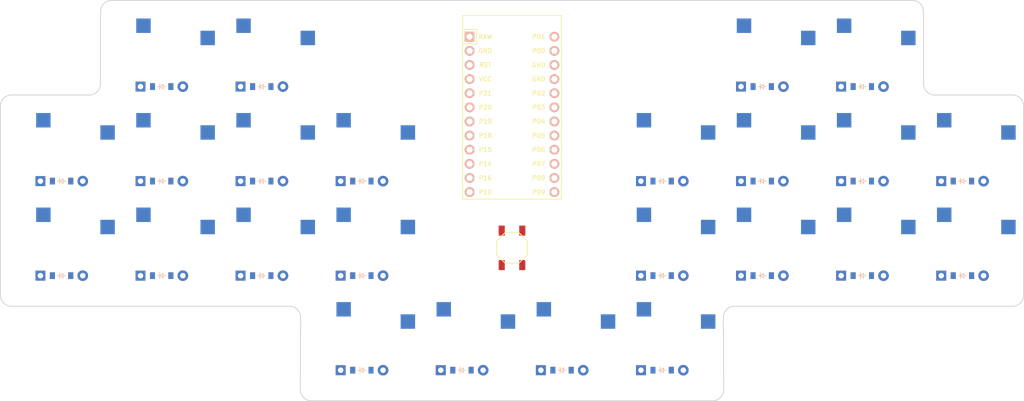
<source format=kicad_pcb>
(kicad_pcb (version 20240108) (generator "pcbnew") (generator_version "8.0")
  (title_block (title "machibuse") (rev "v1.0.0") (company "Unknown"))
  (layers (0 "F.Cu" signal) (31 "B.Cu" signal) (34 "B.Paste" user) (35 "F.Paste" user) (36 "B.SilkS" user "B.Silkscreen") (37 "F.SilkS" user "F.Silkscreen") (38 "B.Mask" user) (39 "F.Mask" user) (44 "Edge.Cuts" user))
  (net 0 "")
  (net 1 "pinky_bottom")
  (net 2 "pinky_home")
  (net 3 "ring_bottom")
  (net 4 "ring_home")
  (net 5 "ring_top")
  (net 6 "middle_bottom")
  (net 7 "middle_home")
  (net 8 "middle_top")
  (net 9 "index_bottom")
  (net 10 "index_home")
  (net 11 "layer_cluster")
  (net 12 "space_cluster")
  (net 13 "mirror_pinky_bottom")
  (net 14 "mirror_pinky_home")
  (net 15 "mirror_ring_bottom")
  (net 16 "mirror_ring_home")
  (net 17 "mirror_ring_top")
  (net 18 "mirror_middle_bottom")
  (net 19 "mirror_middle_home")
  (net 20 "mirror_middle_top")
  (net 21 "mirror_index_bottom")
  (net 22 "mirror_index_home")
  (net 23 "mirror_layer_cluster")
  (net 24 "mirror_space_cluster")
  (net 25 "RAW")
  (net 26 "GND")
  (net 27 "RST")
  (net 28 "VCC")
  (net 29 "P21")
  (net 30 "P20")
  (net 31 "P19")
  (net 32 "P18")
  (net 33 "P15")
  (net 34 "P14")
  (net 35 "P16")
  (net 36 "P10")
  (net 37 "P1")
  (net 38 "P0")
  (net 39 "P2")
  (net 40 "P3")
  (net 41 "P4")
  (net 42 "P5")
  (net 43 "P6")
  (net 44 "P7")
  (net 45 "P8")
  (net 46 "P9")
  (footprint "E73:SW_TACT_ALPS_SKQGABE010" (layer "F.Cu") (at 206 150 -90)
    (property "Reference" "B1" (hide yes))
    (property "Value" "" (hide yes))
    (pad "1" smd rect (at -3.1 -1.85 270) (size 1.8 1.1) (layers "F.Cu" "F.Paste" "F.Mask") (net 26 "GND"))
    (pad "1" smd rect (at 3.1 -1.85 270) (size 1.8 1.1) (layers "F.Cu" "F.Paste" "F.Mask") (net 26 "GND"))
    (pad "2" smd rect (at -3.1 1.85 270) (size 1.8 1.1) (layers "F.Cu" "F.Paste" "F.Mask") (net 27 "RST"))
    (pad "2" smd rect (at 3.1 1.85 270) (size 1.8 1.1) (layers "F.Cu" "F.Paste" "F.Mask") (net 27 "RST"))
  )
  (footprint "ComboDiode" (layer "F.Cu") (at 125 138)
    (property "Reference" "D2" (hide yes))
    (property "Value" "" (hide yes))
    (pad "1" thru_hole rect (at -3.81 0) (size 1.778 1.778) (drill 0.9906) (layers "*.Cu" "*.Mask"))
    (pad "1" smd rect (at -1.65 0) (size 0.9 1.2) (layers "F.Cu" "F.Paste" "F.Mask"))
    (pad "1" smd rect (at -1.65 0) (size 0.9 1.2) (layers "B.Cu" "B.Paste" "B.Mask"))
    (pad "2" smd rect (at 1.65 0) (size 0.9 1.2) (layers "F.Cu" "F.Paste" "F.Mask") (net 2 "pinky_home"))
    (pad "2" smd rect (at 1.65 0) (size 0.9 1.2) (layers "B.Cu" "B.Paste" "B.Mask") (net 2 "pinky_home"))
    (pad "2" thru_hole circle (at 3.81 0) (size 1.905 1.905) (drill 0.9906) (layers "*.Cu" "*.Mask") (net 2 "pinky_home"))
  )
  (footprint "PG1350" (layer "F.Cu") (at 269 116)
    (property "Reference" "S17" (hide yes))
    (property "Value" "" (hide yes))
    (pad "" np_thru_hole circle (at -5.5 0) (size 1.7018 1.7018) (drill 1.7018) (layers "*.Cu" "*.Mask"))
    (pad "" np_thru_hole circle (at 0 -5.95) (size 3 3) (drill 3) (layers "*.Cu" "*.Mask"))
    (pad "" np_thru_hole circle (at 0 0) (size 3.429 3.429) (drill 3.429) (layers "*.Cu" "*.Mask"))
    (pad "" np_thru_hole circle (at 5 -3.75) (size 3 3) (drill 3) (layers "*.Cu" "*.Mask"))
    (pad "" np_thru_hole circle (at 5.5 0) (size 1.7018 1.7018) (drill 1.7018) (layers "*.Cu" "*.Mask"))
    (pad "1" smd rect (at -3.275 -5.95) (size 2.6 2.6) (layers "B.Cu" "B.Paste" "B.Mask"))
    (pad "2" smd rect (at 8.275 -3.75) (size 2.6 2.6) (layers "B.Cu" "B.Paste" "B.Mask") (net 17 "mirror_ring_top"))
  )
  (footprint "PG1350" (layer "F.Cu") (at 143 133)
    (property "Reference" "S4" (hide yes))
    (property "Value" "" (hide yes))
    (pad "" np_thru_hole circle (at -5.5 0) (size 1.7018 1.7018) (drill 1.7018) (layers "*.Cu" "*.Mask"))
    (pad "" np_thru_hole circle (at 0 -5.95) (size 3 3) (drill 3) (layers "*.Cu" "*.Mask"))
    (pad "" np_thru_hole circle (at 0 0) (size 3.429 3.429) (drill 3.429) (layers "*.Cu" "*.Mask"))
    (pad "" np_thru_hole circle (at 5 -3.75) (size 3 3) (drill 3) (layers "*.Cu" "*.Mask"))
    (pad "" np_thru_hole circle (at 5.5 0) (size 1.7018 1.7018) (drill 1.7018) (layers "*.Cu" "*.Mask"))
    (pad "1" smd rect (at -3.275 -5.95) (size 2.6 2.6) (layers "B.Cu" "B.Paste" "B.Mask"))
    (pad "2" smd rect (at 8.275 -3.75) (size 2.6 2.6) (layers "B.Cu" "B.Paste" "B.Mask") (net 4 "ring_home"))
  )
  (footprint "ComboDiode" (layer "F.Cu") (at 251 121)
    (property "Reference" "D20" (hide yes))
    (property "Value" "" (hide yes))
    (pad "1" thru_hole rect (at -3.81 0) (size 1.778 1.778) (drill 0.9906) (layers "*.Cu" "*.Mask"))
    (pad "1" smd rect (at -1.65 0) (size 0.9 1.2) (layers "F.Cu" "F.Paste" "F.Mask"))
    (pad "1" smd rect (at -1.65 0) (size 0.9 1.2) (layers "B.Cu" "B.Paste" "B.Mask"))
    (pad "2" smd rect (at 1.65 0) (size 0.9 1.2) (layers "F.Cu" "F.Paste" "F.Mask") (net 20 "mirror_middle_top"))
    (pad "2" smd rect (at 1.65 0) (size 0.9 1.2) (layers "B.Cu" "B.Paste" "B.Mask") (net 20 "mirror_middle_top"))
    (pad "2" thru_hole circle (at 3.81 0) (size 1.905 1.905) (drill 0.9906) (layers "*.Cu" "*.Mask") (net 20 "mirror_middle_top"))
  )
  (footprint "PG1350" (layer "F.Cu") (at 287 133)
    (property "Reference" "S14" (hide yes))
    (property "Value" "" (hide yes))
    (pad "" np_thru_hole circle (at -5.5 0) (size 1.7018 1.7018) (drill 1.7018) (layers "*.Cu" "*.Mask"))
    (pad "" np_thru_hole circle (at 0 -5.95) (size 3 3) (drill 3) (layers "*.Cu" "*.Mask"))
    (pad "" np_thru_hole circle (at 0 0) (size 3.429 3.429) (drill 3.429) (layers "*.Cu" "*.Mask"))
    (pad "" np_thru_hole circle (at 5 -3.75) (size 3 3) (drill 3) (layers "*.Cu" "*.Mask"))
    (pad "" np_thru_hole circle (at 5.5 0) (size 1.7018 1.7018) (drill 1.7018) (layers "*.Cu" "*.Mask"))
    (pad "1" smd rect (at -3.275 -5.95) (size 2.6 2.6) (layers "B.Cu" "B.Paste" "B.Mask"))
    (pad "2" smd rect (at 8.275 -3.75) (size 2.6 2.6) (layers "B.Cu" "B.Paste" "B.Mask") (net 14 "mirror_pinky_home"))
  )
  (footprint "PG1350" (layer "F.Cu") (at 161 116)
    (property "Reference" "S8" (hide yes))
    (property "Value" "" (hide yes))
    (pad "" np_thru_hole circle (at -5.5 0) (size 1.7018 1.7018) (drill 1.7018) (layers "*.Cu" "*.Mask"))
    (pad "" np_thru_hole circle (at 0 -5.95) (size 3 3) (drill 3) (layers "*.Cu" "*.Mask"))
    (pad "" np_thru_hole circle (at 0 0) (size 3.429 3.429) (drill 3.429) (layers "*.Cu" "*.Mask"))
    (pad "" np_thru_hole circle (at 5 -3.75) (size 3 3) (drill 3) (layers "*.Cu" "*.Mask"))
    (pad "" np_thru_hole circle (at 5.5 0) (size 1.7018 1.7018) (drill 1.7018) (layers "*.Cu" "*.Mask"))
    (pad "1" smd rect (at -3.275 -5.95) (size 2.6 2.6) (layers "B.Cu" "B.Paste" "B.Mask"))
    (pad "2" smd rect (at 8.275 -3.75) (size 2.6 2.6) (layers "B.Cu" "B.Paste" "B.Mask") (net 8 "middle_top"))
  )
  (footprint "PG1350" (layer "F.Cu") (at 179 167)
    (property "Reference" "S24" (hide yes))
    (property "Value" "" (hide yes))
    (pad "" np_thru_hole circle (at -5.5 0) (size 1.7018 1.7018) (drill 1.7018) (layers "*.Cu" "*.Mask"))
    (pad "" np_thru_hole circle (at 0 -5.95) (size 3 3) (drill 3) (layers "*.Cu" "*.Mask"))
    (pad "" np_thru_hole circle (at 0 0) (size 3.429 3.429) (drill 3.429) (layers "*.Cu" "*.Mask"))
    (pad "" np_thru_hole circle (at 5 -3.75) (size 3 3) (drill 3) (layers "*.Cu" "*.Mask"))
    (pad "" np_thru_hole circle (at 5.5 0) (size 1.7018 1.7018) (drill 1.7018) (layers "*.Cu" "*.Mask"))
    (pad "1" smd rect (at -3.275 -5.95) (size 2.6 2.6) (layers "B.Cu" "B.Paste" "B.Mask"))
    (pad "2" smd rect (at 8.275 -3.75) (size 2.6 2.6) (layers "B.Cu" "B.Paste" "B.Mask") (net 24 "mirror_space_cluster"))
  )
  (footprint "PG1350" (layer "F.Cu") (at 251 116)
    (property "Reference" "S20" (hide yes))
    (property "Value" "" (hide yes))
    (pad "" np_thru_hole circle (at -5.5 0) (size 1.7018 1.7018) (drill 1.7018) (layers "*.Cu" "*.Mask"))
    (pad "" np_thru_hole circle (at 0 -5.95) (size 3 3) (drill 3) (layers "*.Cu" "*.Mask"))
    (pad "" np_thru_hole circle (at 0 0) (size 3.429 3.429) (drill 3.429) (layers "*.Cu" "*.Mask"))
    (pad "" np_thru_hole circle (at 5 -3.75) (size 3 3) (drill 3) (layers "*.Cu" "*.Mask"))
    (pad "" np_thru_hole circle (at 5.5 0) (size 1.7018 1.7018) (drill 1.7018) (layers "*.Cu" "*.Mask"))
    (pad "1" smd rect (at -3.275 -5.95) (size 2.6 2.6) (layers "B.Cu" "B.Paste" "B.Mask"))
    (pad "2" smd rect (at 8.275 -3.75) (size 2.6 2.6) (layers "B.Cu" "B.Paste" "B.Mask") (net 20 "mirror_middle_top"))
  )
  (footprint "PG1350" (layer "F.Cu") (at 287 150)
    (property "Reference" "S13" (hide yes))
    (property "Value" "" (hide yes))
    (pad "" np_thru_hole circle (at -5.5 0) (size 1.7018 1.7018) (drill 1.7018) (layers "*.Cu" "*.Mask"))
    (pad "" np_thru_hole circle (at 0 -5.95) (size 3 3) (drill 3) (layers "*.Cu" "*.Mask"))
    (pad "" np_thru_hole circle (at 0 0) (size 3.429 3.429) (drill 3.429) (layers "*.Cu" "*.Mask"))
    (pad "" np_thru_hole circle (at 5 -3.75) (size 3 3) (drill 3) (layers "*.Cu" "*.Mask"))
    (pad "" np_thru_hole circle (at 5.5 0) (size 1.7018 1.7018) (drill 1.7018) (layers "*.Cu" "*.Mask"))
    (pad "1" smd rect (at -3.275 -5.95) (size 2.6 2.6) (layers "B.Cu" "B.Paste" "B.Mask"))
    (pad "2" smd rect (at 8.275 -3.75) (size 2.6 2.6) (layers "B.Cu" "B.Paste" "B.Mask") (net 13 "mirror_pinky_bottom"))
  )
  (footprint "ComboDiode" (layer "F.Cu") (at 161 138)
    (property "Reference" "D7" (hide yes))
    (property "Value" "" (hide yes))
    (pad "1" thru_hole rect (at -3.81 0) (size 1.778 1.778) (drill 0.9906) (layers "*.Cu" "*.Mask"))
    (pad "1" smd rect (at -1.65 0) (size 0.9 1.2) (layers "F.Cu" "F.Paste" "F.Mask"))
    (pad "1" smd rect (at -1.65 0) (size 0.9 1.2) (layers "B.Cu" "B.Paste" "B.Mask"))
    (pad "2" smd rect (at 1.65 0) (size 0.9 1.2) (layers "F.Cu" "F.Paste" "F.Mask") (net 7 "middle_home"))
    (pad "2" smd rect (at 1.65 0) (size 0.9 1.2) (layers "B.Cu" "B.Paste" "B.Mask") (net 7 "middle_home"))
    (pad "2" thru_hole circle (at 3.81 0) (size 1.905 1.905) (drill 0.9906) (layers "*.Cu" "*.Mask") (net 7 "middle_home"))
  )
  (footprint "PG1350" (layer "F.Cu") (at 215 167)
    (property "Reference" "S11" (hide yes))
    (property "Value" "" (hide yes))
    (pad "" np_thru_hole circle (at -5.5 0) (size 1.7018 1.7018) (drill 1.7018) (layers "*.Cu" "*.Mask"))
    (pad "" np_thru_hole circle (at 0 -5.95) (size 3 3) (drill 3) (layers "*.Cu" "*.Mask"))
    (pad "" np_thru_hole circle (at 0 0) (size 3.429 3.429) (drill 3.429) (layers "*.Cu" "*.Mask"))
    (pad "" np_thru_hole circle (at 5 -3.75) (size 3 3) (drill 3) (layers "*.Cu" "*.Mask"))
    (pad "" np_thru_hole circle (at 5.5 0) (size 1.7018 1.7018) (drill 1.7018) (layers "*.Cu" "*.Mask"))
    (pad "1" smd rect (at -3.275 -5.95) (size 2.6 2.6) (layers "B.Cu" "B.Paste" "B.Mask"))
    (pad "2" smd rect (at 8.275 -3.75) (size 2.6 2.6) (layers "B.Cu" "B.Paste" "B.Mask") (net 11 "layer_cluster"))
  )
  (footprint "PG1350" (layer "F.Cu") (at 233 150)
    (property "Reference" "S21" (hide yes))
    (property "Value" "" (hide yes))
    (pad "" np_thru_hole circle (at -5.5 0) (size 1.7018 1.7018) (drill 1.7018) (layers "*.Cu" "*.Mask"))
    (pad "" np_thru_hole circle (at 0 -5.95) (size 3 3) (drill 3) (layers "*.Cu" "*.Mask"))
    (pad "" np_thru_hole circle (at 0 0) (size 3.429 3.429) (drill 3.429) (layers "*.Cu" "*.Mask"))
    (pad "" np_thru_hole circle (at 5 -3.75) (size 3 3) (drill 3) (layers "*.Cu" "*.Mask"))
    (pad "" np_thru_hole circle (at 5.5 0) (size 1.7018 1.7018) (drill 1.7018) (layers "*.Cu" "*.Mask"))
    (pad "1" smd rect (at -3.275 -5.95) (size 2.6 2.6) (layers "B.Cu" "B.Paste" "B.Mask"))
    (pad "2" smd rect (at 8.275 -3.75) (size 2.6 2.6) (layers "B.Cu" "B.Paste" "B.Mask") (net 21 "mirror_index_bottom"))
  )
  (footprint "ComboDiode" (layer "F.Cu") (at 143 155)
    (property "Reference" "D3" (hide yes))
    (property "Value" "" (hide yes))
    (pad "1" thru_hole rect (at -3.81 0) (size 1.778 1.778) (drill 0.9906) (layers "*.Cu" "*.Mask"))
    (pad "1" smd rect (at -1.65 0) (size 0.9 1.2) (layers "F.Cu" "F.Paste" "F.Mask"))
    (pad "1" smd rect (at -1.65 0) (size 0.9 1.2) (layers "B.Cu" "B.Paste" "B.Mask"))
    (pad "2" smd rect (at 1.65 0) (size 0.9 1.2) (layers "F.Cu" "F.Paste" "F.Mask") (net 3 "ring_bottom"))
    (pad "2" smd rect (at 1.65 0) (size 0.9 1.2) (layers "B.Cu" "B.Paste" "B.Mask") (net 3 "ring_bottom"))
    (pad "2" thru_hole circle (at 3.81 0) (size 1.905 1.905) (drill 0.9906) (layers "*.Cu" "*.Mask") (net 3 "ring_bottom"))
  )
  (footprint "PG1350" (layer "F.Cu") (at 161 150)
    (property "Reference" "S6" (hide yes))
    (property "Value" "" (hide yes))
    (pad "" np_thru_hole circle (at -5.5 0) (size 1.7018 1.7018) (drill 1.7018) (layers "*.Cu" "*.Mask"))
    (pad "" np_thru_hole circle (at 0 -5.95) (size 3 3) (drill 3) (layers "*.Cu" "*.Mask"))
    (pad "" np_thru_hole circle (at 0 0) (size 3.429 3.429) (drill 3.429) (layers "*.Cu" "*.Mask"))
    (pad "" np_thru_hole circle (at 5 -3.75) (size 3 3) (drill 3) (layers "*.Cu" "*.Mask"))
    (pad "" np_thru_hole circle (at 5.5 0) (size 1.7018 1.7018) (drill 1.7018) (layers "*.Cu" "*.Mask"))
    (pad "1" smd rect (at -3.275 -5.95) (size 2.6 2.6) (layers "B.Cu" "B.Paste" "B.Mask"))
    (pad "2" smd rect (at 8.275 -3.75) (size 2.6 2.6) (layers "B.Cu" "B.Paste" "B.Mask") (net 6 "middle_bottom"))
  )
  (footprint "PG1350" (layer "F.Cu") (at 251 150)
    (property "Reference" "S18" (hide yes))
    (property "Value" "" (hide yes))
    (pad "" np_thru_hole circle (at -5.5 0) (size 1.7018 1.7018) (drill 1.7018) (layers "*.Cu" "*.Mask"))
    (pad "" np_thru_hole circle (at 0 -5.95) (size 3 3) (drill 3) (layers "*.Cu" "*.Mask"))
    (pad "" np_thru_hole circle (at 0 0) (size 3.429 3.429) (drill 3.429) (layers "*.Cu" "*.Mask"))
    (pad "" np_thru_hole circle (at 5 -3.75) (size 3 3) (drill 3) (layers "*.Cu" "*.Mask"))
    (pad "" np_thru_hole circle (at 5.5 0) (size 1.7018 1.7018) (drill 1.7018) (layers "*.Cu" "*.Mask"))
    (pad "1" smd rect (at -3.275 -5.95) (size 2.6 2.6) (layers "B.Cu" "B.Paste" "B.Mask"))
    (pad "2" smd rect (at 8.275 -3.75) (size 2.6 2.6) (layers "B.Cu" "B.Paste" "B.Mask") (net 18 "mirror_middle_bottom"))
  )
  (footprint "PG1350" (layer "F.Cu") (at 251 133)
    (property "Reference" "S19" (hide yes))
    (property "Value" "" (hide yes))
    (pad "" np_thru_hole circle (at -5.5 0) (size 1.7018 1.7018) (drill 1.7018) (layers "*.Cu" "*.Mask"))
    (pad "" np_thru_hole circle (at 0 -5.95) (size 3 3) (drill 3) (layers "*.Cu" "*.Mask"))
    (pad "" np_thru_hole circle (at 0 0) (size 3.429 3.429) (drill 3.429) (layers "*.Cu" "*.Mask"))
    (pad "" np_thru_hole circle (at 5 -3.75) (size 3 3) (drill 3) (layers "*.Cu" "*.Mask"))
    (pad "" np_thru_hole circle (at 5.5 0) (size 1.7018 1.7018) (drill 1.7018) (layers "*.Cu" "*.Mask"))
    (pad "1" smd rect (at -3.275 -5.95) (size 2.6 2.6) (layers "B.Cu" "B.Paste" "B.Mask"))
    (pad "2" smd rect (at 8.275 -3.75) (size 2.6 2.6) (layers "B.Cu" "B.Paste" "B.Mask") (net 19 "mirror_middle_home"))
  )
  (footprint "ComboDiode" (layer "F.Cu") (at 179 172)
    (property "Reference" "D24" (hide yes))
    (property "Value" "" (hide yes))
    (pad "1" thru_hole rect (at -3.81 0) (size 1.778 1.778) (drill 0.9906) (layers "*.Cu" "*.Mask"))
    (pad "1" smd rect (at -1.65 0) (size 0.9 1.2) (layers "F.Cu" "F.Paste" "F.Mask"))
    (pad "1" smd rect (at -1.65 0) (size 0.9 1.2) (layers "B.Cu" "B.Paste" "B.Mask"))
    (pad "2" smd rect (at 1.65 0) (size 0.9 1.2) (layers "F.Cu" "F.Paste" "F.Mask") (net 24 "mirror_space_cluster"))
    (pad "2" smd rect (at 1.65 0) (size 0.9 1.2) (layers "B.Cu" "B.Paste" "B.Mask") (net 24 "mirror_space_cluster"))
    (pad "2" thru_hole circle (at 3.81 0) (size 1.905 1.905) (drill 0.9906) (layers "*.Cu" "*.Mask") (net 24 "mirror_space_cluster"))
  )
  (footprint "ProMicro" (layer "F.Cu") (at 206 126 -90)
    (property "Reference" "MCU1" (hide yes))
    (property "Value" "" (hide yes))
    (fp_text user "P07" (at 8.89 -4.8 0) (layer "F.SilkS") (effects (font (size 0.8 0.8))))
    (fp_text user "P00" (at -11.43 -4.8 0) (layer "F.SilkS") (effects (font (size 0.8 0.8))))
    (fp_text user "P18" (at 3.81 4.8 0) (layer "F.SilkS") (effects (font (size 0.8 0.8))))
    (fp_text user "P15" (at 6.35 4.8 0) (layer "F.SilkS") (effects (font (size 0.8 0.8))))
    (fp_text user "P05" (at 3.81 -4.8 0) (layer "F.SilkS") (effects (font (size 0.8 0.8))))
    (fp_text user "P01" (at -13.97 -4.8 0) (layer "F.SilkS") (effects (font (size 0.8 0.8))))
    (fp_text user "P19" (at 1.27 4.8 0) (layer "F.SilkS") (effects (font (size 0.8 0.8))))
    (fp_text user "RST" (at -8.89 4.8 0) (layer "F.SilkS") (effects (font (size 0.8 0.8))))
    (fp_text user "P14" (at 8.89 4.8 0) (layer "F.SilkS") (effects (font (size 0.8 0.8))))
    (fp_text user "P16" (at 11.43 4.8 0) (layer "F.SilkS") (effects (font (size 0.8 0.8))))
    (fp_text user "P21" (at -3.81 4.8 0) (layer "F.SilkS") (effects (font (size 0.8 0.8))))
    (fp_text user "P02" (at -3.81 -4.8 0) (layer "F.SilkS") (effects (font (size 0.8 0.8))))
    (fp_text user "GND" (at -6.35 -4.8 0) (layer "F.SilkS") (effects (font (size 0.8 0.8))))
    (fp_text user "P03" (at -1.27 -4.8 0) (layer "F.SilkS") (effects (font (size 0.8 0.8))))
    (fp_text user "RAW" (at -13.97 4.8 0) (layer "F.SilkS") (effects (font (size 0.8 0.8))))
    (fp_text user "P08" (at 11.43 -4.8 0) (layer "F.SilkS") (effects (font (size 0.8 0.8))))
    (fp_text user "P20" (at -1.27 4.8 0) (layer "F.SilkS") (effects (font (size 0.8 0.8))))
    (fp_text user "P10" (at 13.97 4.8 0) (layer "F.SilkS") (effects (font (size 0.8 0.8))))
    (fp_text user "P09" (at 13.97 -4.8 0) (layer "F.SilkS") (effects (font (size 0.8 0.8))))
    (fp_text user "GND" (at -8.89 -4.8 0) (layer "F.SilkS") (effects (font (size 0.8 0.8))))
    (fp_text user "GND" (at -11.43 4.8 0) (layer "F.SilkS") (effects (font (size 0.8 0.8))))
    (fp_text user "VCC" (at -6.35 4.8 0) (layer "F.SilkS") (effects (font (size 0.8 0.8))))
    (fp_text user "P04" (at 1.27 -4.8 0) (layer "F.SilkS") (effects (font (size 0.8 0.8))))
    (fp_text user "P06" (at 6.35 -4.8 0) (layer "F.SilkS") (effects (font (size 0.8 0.8))))
    (pad "1" thru_hole rect (at -13.97 7.62 270) (size 1.7526 1.7526) (drill 1.0922) (layers "*.Cu" "*.SilkS" "*.Mask") (net 25 "RAW"))
    (pad "2" thru_hole circle (at -11.43 7.62) (size 1.7526 1.7526) (drill 1.0922) (layers "*.Cu" "*.SilkS" "*.Mask") (net 26 "GND"))
    (pad "3" thru_hole circle (at -8.89 7.62) (size 1.7526 1.7526) (drill 1.0922) (layers "*.Cu" "*.SilkS" "*.Mask") (net 27 "RST"))
    (pad "4" thru_hole circle (at -6.35 7.62) (size 1.7526 1.7526) (drill 1.0922) (layers "*.Cu" "*.SilkS" "*.Mask") (net 28 "VCC"))
    (pad "5" thru_hole circle (at -3.81 7.62) (size 1.7526 1.7526) (drill 1.0922) (layers "*.Cu" "*.SilkS" "*.Mask") (net 29 "P21"))
    (pad "6" thru_hole circle (at -1.27 7.62) (size 1.7526 1.7526) (drill 1.0922) (layers "*.Cu" "*.SilkS" "*.Mask") (net 30 "P20"))
    (pad "7" thru_hole circle (at 1.27 7.62) (size 1.7526 1.7526) (drill 1.0922) (layers "*.Cu" "*.SilkS" "*.Mask") (net 31 "P19"))
    (pad "8" thru_hole circle (at 3.81 7.62) (size 1.7526 1.7526) (drill 1.0922) (layers "*.Cu" "*.SilkS" "*.Mask") (net 32 "P18"))
    (pad "9" thru_hole circle (at 6.35 7.62) (size 1.7526 1.7526) (drill 1.0922) (layers "*.Cu" "*.SilkS" "*.Mask") (net 33 "P15"))
    (pad "10" thru_hole circle (at 8.89 7.62) (size 1.7526 1.7526) (drill 1.0922) (layers "*.Cu" "*.SilkS" "*.Mask") (net 34 "P14"))
    (pad "11" thru_hole circle (at 11.43 7.62) (size 1.7526 1.7526) (drill 1.0922) (layers "*.Cu" "*.SilkS" "*.Mask") (net 35 "P16"))
    (pad "12" thru_hole circle (at 13.97 7.62) (size 1.7526 1.7526) (drill 1.0922) (layers "*.Cu" "*.SilkS" "*.Mask") (net 36 "P10"))
    (pad "13" thru_hole circle (at -13.97 -7.62) (size 1.7526 1.7526) (drill 1.0922) (layers "*.Cu" "*.SilkS" "*.Mask") (net 37 "P1"))
    (pad "14" thru_hole circle (at -11.43 -7.62) (size 1.7526 1.7526) (drill 1.0922) (layers "*.Cu" "*.SilkS" "*.Mask") (net 38 "P0"))
    (pad "15" thru_hole circle (at -8.89 -7.62) (size 1.7526 1.7526) (drill 1.0922) (layers "*.Cu" "*.SilkS" "*.Mask") (net 26 "GND"))
    (pad "16" thru_hole circle (at -6.35 -7.62) (size 1.7526 1.7526) (drill 1.0922) (layers "*.Cu" "*.SilkS" "*.Mask") (net 26 "GND"))
    (pad "17" thru_hole circle (at -3.81 -7.62) (size 1.7526 1.7526) (drill 1.0922) (layers "*.Cu" "*.SilkS" "*.Mask") (net 39 "P2"))
    (pad "18" thru_hole circle (at -1.27 -7.62) (size 1.7526 1.7526) (drill 1.0922) (layers "*.Cu" "*.SilkS" "*.Mask") (net 40 "P3"))
    (pad "19" thru_hole circle (at 1.27 -7.62) (size 1.7526 1.7526) (drill 1.0922) (layers "*.Cu" "*.SilkS" "*.Mask") (net 41 "P4"))
    (pad "20" thru_hole circle (at 3.81 -7.62) (size 1.7526 1.7526) (drill 1.0922) (layers "*.Cu" "*.SilkS" "*.Mask") (net 42 "P5"))
    (pad "21" thru_hole circle (at 6.35 -7.62) (size 1.7526 1.7526) (drill 1.0922) (layers "*.Cu" "*.SilkS" "*.Mask") (net 43 "P6"))
    (pad "22" thru_hole circle (at 8.89 -7.62) (size 1.7526 1.7526) (drill 1.0922) (layers "*.Cu" "*.SilkS" "*.Mask") (net 44 "P7"))
    (pad "23" thru_hole circle (at 11.43 -7.62) (size 1.7526 1.7526) (drill 1.0922) (layers "*.Cu" "*.SilkS" "*.Mask") (net 45 "P8"))
    (pad "24" thru_hole circle (at 13.97 -7.62) (size 1.7526 1.7526) (drill 1.0922) (layers "*.Cu" "*.SilkS" "*.Mask") (net 46 "P9"))
  )
  (footprint "PG1350" (layer "F.Cu") (at 233 133)
    (property "Reference" "S22" (hide yes))
    (property "Value" "" (hide yes))
    (pad "" np_thru_hole circle (at -5.5 0) (size 1.7018 1.7018) (drill 1.7018) (layers "*.Cu" "*.Mask"))
    (pad "" np_thru_hole circle (at 0 -5.95) (size 3 3) (drill 3) (layers "*.Cu" "*.Mask"))
    (pad "" np_thru_hole circle (at 0 0) (size 3.429 3.429) (drill 3.429) (layers "*.Cu" "*.Mask"))
    (pad "" np_thru_hole circle (at 5 -3.75) (size 3 3) (drill 3) (layers "*.Cu" "*.Mask"))
    (pad "" np_thru_hole circle (at 5.5 0) (size 1.7018 1.7018) (drill 1.7018) (layers "*.Cu" "*.Mask"))
    (pad "1" smd rect (at -3.275 -5.95) (size 2.6 2.6) (layers "B.Cu" "B.Paste" "B.Mask"))
    (pad "2" smd rect (at 8.275 -3.75) (size 2.6 2.6) (layers "B.Cu" "B.Paste" "B.Mask") (net 22 "mirror_index_home"))
  )
  (footprint "ComboDiode" (layer "F.Cu") (at 287 155)
    (property "Reference" "D13" (hide yes))
    (property "Value" "" (hide yes))
    (pad "1" thru_hole rect (at -3.81 0) (size 1.778 1.778) (drill 0.9906) (layers "*.Cu" "*.Mask"))
    (pad "1" smd rect (at -1.65 0) (size 0.9 1.2) (layers "F.Cu" "F.Paste" "F.Mask"))
    (pad "1" smd rect (at -1.65 0) (size 0.9 1.2) (layers "B.Cu" "B.Paste" "B.Mask"))
    (pad "2" smd rect (at 1.65 0) (size 0.9 1.2) (layers "F.Cu" "F.Paste" "F.Mask") (net 13 "mirror_pinky_bottom"))
    (pad "2" smd rect (at 1.65 0) (size 0.9 1.2) (layers "B.Cu" "B.Paste" "B.Mask") (net 13 "mirror_pinky_bottom"))
    (pad "2" thru_hole circle (at 3.81 0) (size 1.905 1.905) (drill 0.9906) (layers "*.Cu" "*.Mask") (net 13 "mirror_pinky_bottom"))
  )
  (footprint "PG1350" (layer "F.Cu") (at 233 167)
    (property "Reference" "S12" (hide yes))
    (property "Value" "" (hide yes))
    (pad "" np_thru_hole circle (at -5.5 0) (size 1.7018 1.7018) (drill 1.7018) (layers "*.Cu" "*.Mask"))
    (pad "" np_thru_hole circle (at 0 -5.95) (size 3 3) (drill 3) (layers "*.Cu" "*.Mask"))
    (pad "" np_thru_hole circle (at 0 0) (size 3.429 3.429) (drill 3.429) (layers "*.Cu" "*.Mask"))
    (pad "" np_thru_hole circle (at 5 -3.75) (size 3 3) (drill 3) (layers "*.Cu" "*.Mask"))
    (pad "" np_thru_hole circle (at 5.5 0) (size 1.7018 1.7018) (drill 1.7018) (layers "*.Cu" "*.Mask"))
    (pad "1" smd rect (at -3.275 -5.95) (size 2.6 2.6) (layers "B.Cu" "B.Paste" "B.Mask"))
    (pad "2" smd rect (at 8.275 -3.75) (size 2.6 2.6) (layers "B.Cu" "B.Paste" "B.Mask") (net 12 "space_cluster"))
  )
  (footprint "PG1350" (layer "F.Cu") (at 125 133)
    (property "Reference" "S2" (hide yes))
    (property "Value" "" (hide yes))
    (pad "" np_thru_hole circle (at -5.5 0) (size 1.7018 1.7018) (drill 1.7018) (layers "*.Cu" "*.Mask"))
    (pad "" np_thru_hole circle (at 0 -5.95) (size 3 3) (drill 3) (layers "*.Cu" "*.Mask"))
    (pad "" np_thru_hole circle (at 0 0) (size 3.429 3.429) (drill 3.429) (layers "*.Cu" "*.Mask"))
    (pad "" np_thru_hole circle (at 5 -3.75) (size 3 3) (drill 3) (layers "*.Cu" "*.Mask"))
    (pad "" np_thru_hole circle (at 5.5 0) (size 1.7018 1.7018) (drill 1.7018) (layers "*.Cu" "*.Mask"))
    (pad "1" smd rect (at -3.275 -5.95) (size 2.6 2.6) (layers "B.Cu" "B.Paste" "B.Mask"))
    (pad "2" smd rect (at 8.275 -3.75) (size 2.6 2.6) (layers "B.Cu" "B.Paste" "B.Mask") (net 2 "pinky_home"))
  )
  (footprint "ComboDiode" (layer "F.Cu") (at 233 138)
    (property "Reference" "D22" (hide yes))
    (property "Value" "" (hide yes))
    (pad "1" thru_hole rect (at -3.81 0) (size 1.778 1.778) (drill 0.9906) (layers "*.Cu" "*.Mask"))
    (pad "1" smd rect (at -1.65 0) (size 0.9 1.2) (layers "F.Cu" "F.Paste" "F.Mask"))
    (pad "1" smd rect (at -1.65 0) (size 0.9 1.2) (layers "B.Cu" "B.Paste" "B.Mask"))
    (pad "2" smd rect (at 1.65 0) (size 0.9 1.2) (layers "F.Cu" "F.Paste" "F.Mask") (net 22 "mirror_index_home"))
    (pad "2" smd rect (at 1.65 0) (size 0.9 1.2) (layers "B.Cu" "B.Paste" "B.Mask") (net 22 "mirror_index_home"))
    (pad "2" thru_hole circle (at 3.81 0) (size 1.905 1.905) (drill 0.9906) (layers "*.Cu" "*.Mask") (net 22 "mirror_index_home"))
  )
  (footprint "ComboDiode" (layer "F.Cu") (at 161 155)
    (property "Reference" "D6" (hide yes))
    (property "Value" "" (hide yes))
    (pad "1" thru_hole rect (at -3.81 0) (size 1.778 1.778) (drill 0.9906) (layers "*.Cu" "*.Mask"))
    (pad "1" smd rect (at -1.65 0) (size 0.9 1.2) (layers "F.Cu" "F.Paste" "F.Mask"))
    (pad "1" smd rect (at -1.65 0) (size 0.9 1.2) (layers "B.Cu" "B.Paste" "B.Mask"))
    (pad "2" smd rect (at 1.65 0) (size 0.9 1.2) (layers "F.Cu" "F.Paste" "F.Mask") (net 6 "middle_bottom"))
    (pad "2" smd rect (at 1.65 0) (size 0.9 1.2) (layers "B.Cu" "B.Paste" "B.Mask") (net 6 "middle_bottom"))
    (pad "2" thru_hole circle (at 3.81 0) (size 1.905 1.905) (drill 0.9906) (layers "*.Cu" "*.Mask") (net 6 "middle_bottom"))
  )
  (footprint "ComboDiode" (layer "F.Cu") (at 251 155)
    (property "Reference" "D18" (hide yes))
    (property "Value" "" (hide yes))
    (pad "1" thru_hole rect (at -3.81 0) (size 1.778 1.778) (drill 0.9906) (layers "*.Cu" "*.Mask"))
    (pad "1" smd rect (at -1.65 0) (size 0.9 1.2) (layers "F.Cu" "F.Paste" "F.Mask"))
    (pad "1" smd rect (at -1.65 0) (size 0.9 1.2) (layers "B.Cu" "B.Paste" "B.Mask"))
    (pad "2" smd rect (at 1.65 0) (size 0.9 1.2) (layers "F.Cu" "F.Paste" "F.Mask") (net 18 "mirror_middle_bottom"))
    (pad "2" smd rect (at 1.65 0) (size 0.9 1.2) (layers "B.Cu" "B.Paste" "B.Mask") (net 18 "mirror_middle_bottom"))
    (pad "2" thru_hole circle (at 3.81 0) (size 1.905 1.905) (drill 0.9906) (layers "*.Cu" "*.Mask") (net 18 "mirror_middle_bottom"))
  )
  (footprint "PG1350" (layer "F.Cu") (at 197 167)
    (property "Reference" "S23" (hide yes))
    (property "Value" "" (hide yes))
    (pad "" np_thru_hole circle (at -5.5 0) (size 1.7018 1.7018) (drill 1.7018) (layers "*.Cu" "*.Mask"))
    (pad "" np_thru_hole circle (at 0 -5.95) (size 3 3) (drill 3) (layers "*.Cu" "*.Mask"))
    (pad "" np_thru_hole circle (at 0 0) (size 3.429 3.429) (drill 3.429) (layers "*.Cu" "*.Mask"))
    (pad "" np_thru_hole circle (at 5 -3.75) (size 3 3) (drill 3) (layers "*.Cu" "*.Mask"))
    (pad "" np_thru_hole circle (at 5.5 0) (size 1.7018 1.7018) (drill 1.7018) (layers "*.Cu" "*.Mask"))
    (pad "1" smd rect (at -3.275 -5.95) (size 2.6 2.6) (layers "B.Cu" "B.Paste" "B.Mask"))
    (pad "2" smd rect (at 8.275 -3.75) (size 2.6 2.6) (layers "B.Cu" "B.Paste" "B.Mask") (net 23 "mirror_layer_cluster"))
  )
  (footprint "PG1350" (layer "F.Cu") (at 269 133)
    (property "Reference" "S16" (hide yes))
    (property "Value" "" (hide yes))
    (pad "" np_thru_hole circle (at -5.5 0) (size 1.7018 1.7018) (drill 1.7018) (layers "*.Cu" "*.Mask"))
    (pad "" np_thru_hole circle (at 0 -5.95) (size 3 3) (drill 3) (layers "*.Cu" "*.Mask"))
    (pad "" np_thru_hole circle (at 0 0) (size 3.429 3.429) (drill 3.429) (layers "*.Cu" "*.Mask"))
    (pad "" np_thru_hole circle (at 5 -3.75) (size 3 3) (drill 3) (layers "*.Cu" "*.Mask"))
    (pad "" np_thru_hole circle (at 5.5 0) (size 1.7018 1.7018) (drill 1.7018) (layers "*.Cu" "*.Mask"))
    (pad "1" smd rect (at -3.275 -5.95) (size 2.6 2.6) (layers "B.Cu" "B.Paste" "B.Mask"))
    (pad "2" smd rect (at 8.275 -3.75) (size 2.6 2.6) (layers "B.Cu" "B.Paste" "B.Mask") (net 16 "mirror_ring_home"))
  )
  (footprint "PG1350" (layer "F.Cu") (at 269 150)
    (property "Reference" "S15" (hide yes))
    (property "Value" "" (hide yes))
    (pad "" np_thru_hole circle (at -5.5 0) (size 1.7018 1.7018) (drill 1.7018) (layers "*.Cu" "*.Mask"))
    (pad "" np_thru_hole circle (at 0 -5.95) (size 3 3) (drill 3) (layers "*.Cu" "*.Mask"))
    (pad "" np_thru_hole circle (at 0 0) (size 3.429 3.429) (drill 3.429) (layers "*.Cu" "*.Mask"))
    (pad "" np_thru_hole circle (at 5 -3.75) (size 3 3) (drill 3) (layers "*.Cu" "*.Mask"))
    (pad "" np_thru_hole circle (at 5.5 0) (size 1.7018 1.7018) (drill 1.7018) (layers "*.Cu" "*.Mask"))
    (pad "1" smd rect (at -3.275 -5.95) (size 2.6 2.6) (layers "B.Cu" "B.Paste" "B.Mask"))
    (pad "2" smd rect (at 8.275 -3.75) (size 2.6 2.6) (layers "B.Cu" "B.Paste" "B.Mask") (net 15 "mirror_ring_bottom"))
  )
  (footprint "ComboDiode" (layer "F.Cu") (at 269 155)
    (property "Reference" "D15" (hide yes))
    (property "Value" "" (hide yes))
    (pad "1" thru_hole rect (at -3.81 0) (size 1.778 1.778) (drill 0.9906) (layers "*.Cu" "*.Mask"))
    (pad "1" smd rect (at -1.65 0) (size 0.9 1.2) (layers "F.Cu" "F.Paste" "F.Mask"))
    (pad "1" smd rect (at -1.65 0) (size 0.9 1.2) (layers "B.Cu" "B.Paste" "B.Mask"))
    (pad "2" smd rect (at 1.65 0) (size 0.9 1.2) (layers "F.Cu" "F.Paste" "F.Mask") (net 15 "mirror_ring_bottom"))
    (pad "2" smd rect (at 1.65 0) (size 0.9 1.2) (layers "B.Cu" "B.Paste" "B.Mask") (net 15 "mirror_ring_bottom"))
    (pad "2" thru_hole circle (at 3.81 0) (size 1.905 1.905) (drill 0.9906) (layers "*.Cu" "*.Mask") (net 15 "mirror_ring_bottom"))
  )
  (footprint "ComboDiode" (layer "F.Cu") (at 143 121)
    (property "Reference" "D5" (hide yes))
    (property "Value" "" (hide yes))
    (pad "1" thru_hole rect (at -3.81 0) (size 1.778 1.778) (drill 0.9906) (layers "*.Cu" "*.Mask"))
    (pad "1" smd rect (at -1.65 0) (size 0.9 1.2) (layers "F.Cu" "F.Paste" "F.Mask"))
    (pad "1" smd rect (at -1.65 0) (size 0.9 1.2) (layers "B.Cu" "B.Paste" "B.Mask"))
    (pad "2" smd rect (at 1.65 0) (size 0.9 1.2) (layers "F.Cu" "F.Paste" "F.Mask") (net 5 "ring_top"))
    (pad "2" smd rect (at 1.65 0) (size 0.9 1.2) (layers "B.Cu" "B.Paste" "B.Mask") (net 5 "ring_top"))
    (pad "2" thru_hole circle (at 3.81 0) (size 1.905 1.905) (drill 0.9906) (layers "*.Cu" "*.Mask") (net 5 "ring_top"))
  )
  (footprint "ComboDiode" (layer "F.Cu") (at 269 121)
    (property "Reference" "D17" (hide yes))
    (property "Value" "" (hide yes))
    (pad "1" thru_hole rect (at -3.81 0) (size 1.778 1.778) (drill 0.9906) (layers "*.Cu" "*.Mask"))
    (pad "1" smd rect (at -1.65 0) (size 0.9 1.2) (layers "F.Cu" "F.Paste" "F.Mask"))
    (pad "1" smd rect (at -1.65 0) (size 0.9 1.2) (layers "B.Cu" "B.Paste" "B.Mask"))
    (pad "2" smd rect (at 1.65 0) (size 0.9 1.2) (layers "F.Cu" "F.Paste" "F.Mask") (net 17 "mirror_ring_top"))
    (pad "2" smd rect (at 1.65 0) (size 0.9 1.2) (layers "B.Cu" "B.Paste" "B.Mask") (net 17 "mirror_ring_top"))
    (pad "2" thru_hole circle (at 3.81 0) (size 1.905 1.905) (drill 0.9906) (layers "*.Cu" "*.Mask") (net 17 "mirror_ring_top"))
  )
  (footprint "ComboDiode" (layer "F.Cu") (at 287 138)
    (property "Reference" "D14" (hide yes))
    (property "Value" "" (hide yes))
    (pad "1" thru_hole rect (at -3.81 0) (size 1.778 1.778) (drill 0.9906) (layers "*.Cu" "*.Mask"))
    (pad "1" smd rect (at -1.65 0) (size 0.9 1.2) (layers "F.Cu" "F.Paste" "F.Mask"))
    (pad "1" smd rect (at -1.65 0) (size 0.9 1.2) (layers "B.Cu" "B.Paste" "B.Mask"))
    (pad "2" smd rect (at 1.65 0) (size 0.9 1.2) (layers "F.Cu" "F.Paste" "F.Mask") (net 14 "mirror_pinky_home"))
    (pad "2" smd rect (at 1.65 0) (size 0.9 1.2) (layers "B.Cu" "B.Paste" "B.Mask") (net 14 "mirror_pinky_home"))
    (pad "2" thru_hole circle (at 3.81 0) (size 1.905 1.905) (drill 0.9906) (layers "*.Cu" "*.Mask") (net 14 "mirror_pinky_home"))
  )
  (footprint "ComboDiode" (layer "F.Cu") (at 125 155)
    (property "Reference" "D1" (hide yes))
    (property "Value" "" (hide yes))
    (pad "1" thru_hole rect (at -3.81 0) (size 1.778 1.778) (drill 0.9906) (layers "*.Cu" "*.Mask"))
    (pad "1" smd rect (at -1.65 0) (size 0.9 1.2) (layers "F.Cu" "F.Paste" "F.Mask"))
    (pad "1" smd rect (at -1.65 0) (size 0.9 1.2) (layers "B.Cu" "B.Paste" "B.Mask"))
    (pad "2" smd rect (at 1.65 0) (size 0.9 1.2) (layers "F.Cu" "F.Paste" "F.Mask") (net 1 "pinky_bottom"))
    (pad "2" smd rect (at 1.65 0) (size 0.9 1.2) (layers "B.Cu" "B.Paste" "B.Mask") (net 1 "pinky_bottom"))
    (pad "2" thru_hole circle (at 3.81 0) (size 1.905 1.905) (drill 0.9906) (layers "*.Cu" "*.Mask") (net 1 "pinky_bottom"))
  )
  (footprint "ComboDiode" (layer "F.Cu") (at 215 172)
    (property "Reference" "D11" (hide yes))
    (property "Value" "" (hide yes))
    (pad "1" thru_hole rect (at -3.81 0) (size 1.778 1.778) (drill 0.9906) (layers "*.Cu" "*.Mask"))
    (pad "1" smd rect (at -1.65 0) (size 0.9 1.2) (layers "F.Cu" "F.Paste" "F.Mask"))
    (pad "1" smd rect (at -1.65 0) (size 0.9 1.2) (layers "B.Cu" "B.Paste" "B.Mask"))
    (pad "2" smd rect (at 1.65 0) (size 0.9 1.2) (layers "F.Cu" "F.Paste" "F.Mask") (net 11 "layer_cluster"))
    (pad "2" smd rect (at 1.65 0) (size 0.9 1.2) (layers "B.Cu" "B.Paste" "B.Mask") (net 11 "layer_cluster"))
    (pad "2" thru_hole circle (at 3.81 0) (size 1.905 1.905) (drill 0.9906) (layers "*.Cu" "*.Mask") (net 11 "layer_cluster"))
  )
  (footprint "ComboDiode" (layer "F.Cu") (at 143 138)
    (property "Reference" "D4" (hide yes))
    (property "Value" "" (hide yes))
    (pad "1" thru_hole rect (at -3.81 0) (size 1.778 1.778) (drill 0.9906) (layers "*.Cu" "*.Mask"))
    (pad "1" smd rect (at -1.65 0) (size 0.9 1.2) (layers "F.Cu" "F.Paste" "F.Mask"))
    (pad "1" smd rect (at -1.65 0) (size 0.9 1.2) (layers "B.Cu" "B.Paste" "B.Mask"))
    (pad "2" smd rect (at 1.65 0) (size 0.9 1.2) (layers "F.Cu" "F.Paste" "F.Mask") (net 4 "ring_home"))
    (pad "2" smd rect (at 1.65 0) (size 0.9 1.2) (layers "B.Cu" "B.Paste" "B.Mask") (net 4 "ring_home"))
    (pad "2" thru_hole circle (at 3.81 0) (size 1.905 1.905) (drill 0.9906) (layers "*.Cu" "*.Mask") (net 4 "ring_home"))
  )
  (footprint "PG1350" (layer "F.Cu") (at 161 133)
    (property "Reference" "S7" (hide yes))
    (property "Value" "" (hide yes))
    (pad "" np_thru_hole circle (at -5.5 0) (size 1.7018 1.7018) (drill 1.7018) (layers "*.Cu" "*.Mask"))
    (pad "" np_thru_hole circle (at 0 -5.95) (size 3 3) (drill 3) (layers "*.Cu" "*.Mask"))
    (pad "" np_thru_hole circle (at 0 0) (size 3.429 3.429) (drill 3.429) (layers "*.Cu" "*.Mask"))
    (pad "" np_thru_hole circle (at 5 -3.75) (size 3 3) (drill 3) (layers "*.Cu" "*.Mask"))
    (pad "" np_thru_hole circle (at 5.5 0) (size 1.7018 1.7018) (drill 1.7018) (layers "*.Cu" "*.Mask"))
    (pad "1" smd rect (at -3.275 -5.95) (size 2.6 2.6) (layers "B.Cu" "B.Paste" "B.Mask"))
    (pad "2" smd rect (at 8.275 -3.75) (size 2.6 2.6) (layers "B.Cu" "B.Paste" "B.Mask") (net 7 "middle_home"))
  )
  (footprint "ComboDiode" (layer "F.Cu") (at 233 172)
    (property "Reference" "D12" (hide yes))
    (property "Value" "" (hide yes))
    (pad "1" thru_hole rect (at -3.81 0) (size 1.778 1.778) (drill 0.9906) (layers "*.Cu" "*.Mask"))
    (pad "1" smd rect (at -1.65 0) (size 0.9 1.2) (layers "F.Cu" "F.Paste" "F.Mask"))
    (pad "1" smd rect (at -1.65 0) (size 0.9 1.2) (layers "B.Cu" "B.Paste" "B.Mask"))
    (pad "2" smd rect (at 1.65 0) (size 0.9 1.2) (layers "F.Cu" "F.Paste" "F.Mask") (net 12 "space_cluster"))
    (pad "2" smd rect (at 1.65 0) (size 0.9 1.2) (layers "B.Cu" "B.Paste" "B.Mask") (net 12 "space_cluster"))
    (pad "2" thru_hole circle (at 3.81 0) (size 1.905 1.905) (drill 0.9906) (layers "*.Cu" "*.Mask") (net 12 "space_cluster"))
  )
  (footprint "PG1350" (layer "F.Cu") (at 179 150)
    (property "Reference" "S9" (hide yes))
    (property "Value" "" (hide yes))
    (pad "" np_thru_hole circle (at -5.5 0) (size 1.7018 1.7018) (drill 1.7018) (layers "*.Cu" "*.Mask"))
    (pad "" np_thru_hole circle (at 0 -5.95) (size 3 3) (drill 3) (layers "*.Cu" "*.Mask"))
    (pad "" np_thru_hole circle (at 0 0) (size 3.429 3.429) (drill 3.429) (layers "*.Cu" "*.Mask"))
    (pad "" np_thru_hole circle (at 5 -3.75) (size 3 3) (drill 3) (layers "*.Cu" "*.Mask"))
    (pad "" np_thru_hole circle (at 5.5 0) (size 1.7018 1.7018) (drill 1.7018) (layers "*.Cu" "*.Mask"))
    (pad "1" smd rect (at -3.275 -5.95) (size 2.6 2.6) (layers "B.Cu" "B.Paste" "B.Mask"))
    (pad "2" smd rect (at 8.275 -3.75) (size 2.6 2.6) (layers "B.Cu" "B.Paste" "B.Mask") (net 9 "index_bottom"))
  )
  (footprint "ComboDiode" (layer "F.Cu") (at 179 138)
    (property "Reference" "D10" (hide yes))
    (property "Value" "" (hide yes))
    (pad "1" thru_hole rect (at -3.81 0) (size 1.778 1.778) (drill 0.9906) (layers "*.Cu" "*.Mask"))
    (pad "1" smd rect (at -1.65 0) (size 0.9 1.2) (layers "F.Cu" "F.Paste" "F.Mask"))
    (pad "1" smd rect (at -1.65 0) (size 0.9 1.2) (layers "B.Cu" "B.Paste" "B.Mask"))
    (pad "2" smd rect (at 1.65 0) (size 0.9 1.2) (layers "F.Cu" "F.Paste" "F.Mask") (net 10 "index_home"))
    (pad "2" smd rect (at 1.65 0) (size 0.9 1.2) (layers "B.Cu" "B.Paste" "B.Mask") (net 10 "index_home"))
    (pad "2" thru_hole circle (at 3.81 0) (size 1.905 1.905) (drill 0.9906) (layers "*.Cu" "*.Mask") (net 10 "index_home"))
  )
  (footprint "ComboDiode" (layer "F.Cu") (at 161 121)
    (property "Reference" "D8" (hide yes))
    (property "Value" "" (hide yes))
    (pad "1" thru_hole rect (at -3.81 0) (size 1.778 1.778) (drill 0.9906) (layers "*.Cu" "*.Mask"))
    (pad "1" smd rect (at -1.65 0) (size 0.9 1.2) (layers "F.Cu" "F.Paste" "F.Mask"))
    (pad "1" smd rect (at -1.65 0) (size 0.9 1.2) (layers "B.Cu" "B.Paste" "B.Mask"))
    (pad "2" smd rect (at 1.65 0) (size 0.9 1.2) (layers "F.Cu" "F.Paste" "F.Mask") (net 8 "middle_top"))
    (pad "2" smd rect (at 1.65 0) (size 0.9 1.2) (layers "B.Cu" "B.Paste" "B.Mask") (net 8 "middle_top"))
    (pad "2" thru_hole circle (at 3.81 0) (size 1.905 1.905) (drill 0.9906) (layers "*.Cu" "*.Mask") (net 8 "middle_top"))
  )
  (footprint "PG1350" (layer "F.Cu") (at 179 133)
    (property "Reference" "S10" (hide yes))
    (property "Value" "" (hide yes))
    (pad "" np_thru_hole circle (at -5.5 0) (size 1.7018 1.7018) (drill 1.7018) (layers "*.Cu" "*.Mask"))
    (pad "" np_thru_hole circle (at 0 -5.95) (size 3 3) (drill 3) (layers "*.Cu" "*.Mask"))
    (pad "" np_thru_hole circle (at 0 0) (size 3.429 3.429) (drill 3.429) (layers "*.Cu" "*.Mask"))
    (pad "" np_thru_hole circle (at 5 -3.75) (size 3 3) (drill 3) (layers "*.Cu" "*.Mask"))
    (pad "" np_thru_hole circle (at 5.5 0) (size 1.7018 1.7018) (drill 1.7018) (layers "*.Cu" "*.Mask"))
    (pad "1" smd rect (at -3.275 -5.95) (size 2.6 2.6) (layers "B.Cu" "B.Paste" "B.Mask"))
    (pad "2" smd rect (at 8.275 -3.75) (size 2.6 2.6) (layers "B.Cu" "B.Paste" "B.Mask") (net 10 "index_home"))
  )
  (footprint "PG1350" (layer "F.Cu") (at 143 116)
    (property "Reference" "S5" (hide yes))
    (property "Value" "" (hide yes))
    (pad "" np_thru_hole circle (at -5.5 0) (size 1.7018 1.7018) (drill 1.7018) (layers "*.Cu" "*.Mask"))
    (pad "" np_thru_hole circle (at 0 -5.95) (size 3 3) (drill 3) (layers "*.Cu" "*.Mask"))
    (pad "" np_thru_hole circle (at 0 0) (size 3.429 3.429) (drill 3.429) (layers "*.Cu" "*.Mask"))
    (pad "" np_thru_hole circle (at 5 -3.75) (size 3 3) (drill 3) (layers "*.Cu" "*.Mask"))
    (pad "" np_thru_hole circle (at 5.5 0) (size 1.7018 1.7018) (drill 1.7018) (layers "*.Cu" "*.Mask"))
    (pad "1" smd rect (at -3.275 -5.95) (size 2.6 2.6) (layers "B.Cu" "B.Paste" "B.Mask"))
    (pad "2" smd rect (at 8.275 -3.75) (size 2.6 2.6) (layers "B.Cu" "B.Paste" "B.Mask") (net 5 "ring_top"))
  )
  (footprint "ComboDiode" (layer "F.Cu") (at 179 155)
    (property "Reference" "D9" (hide yes))
    (property "Value" "" (hide yes))
    (pad "1" thru_hole rect (at -3.81 0) (size 1.778 1.778) (drill 0.9906) (layers "*.Cu" "*.Mask"))
    (pad "1" smd rect (at -1.65 0) (size 0.9 1.2) (layers "F.Cu" "F.Paste" "F.Mask"))
    (pad "1" smd rect (at -1.65 0) (size 0.9 1.2) (layers "B.Cu" "B.Paste" "B.Mask"))
    (pad "2" smd rect (at 1.65 0) (size 0.9 1.2) (layers "F.Cu" "F.Paste" "F.Mask") (net 9 "index_bottom"))
    (pad "2" smd rect (at 1.65 0) (size 0.9 1.2) (layers "B.Cu" "B.Paste" "B.Mask") (net 9 "index_bottom"))
    (pad "2" thru_hole circle (at 3.81 0) (size 1.905 1.905) (drill 0.9906) (layers "*.Cu" "*.Mask") (net 9 "index_bottom"))
  )
  (footprint "ComboDiode" (layer "F.Cu") (at 197 172)
    (property "Reference" "D23" (hide yes))
    (property "Value" "" (hide yes))
    (pad "1" thru_hole rect (at -3.81 0) (size 1.778 1.778) (drill 0.9906) (layers "*.Cu" "*.Mask"))
    (pad "1" smd rect (at -1.65 0) (size 0.9 1.2) (layers "F.Cu" "F.Paste" "F.Mask"))
    (pad "1" smd rect (at -1.65 0) (size 0.9 1.2) (layers "B.Cu" "B.Paste" "B.Mask"))
    (pad "2" smd rect (at 1.65 0) (size 0.9 1.2) (layers "F.Cu" "F.Paste" "F.Mask") (net 23 "mirror_layer_cluster"))
    (pad "2" smd rect (at 1.65 0) (size 0.9 1.2) (layers "B.Cu" "B.Paste" "B.Mask") (net 23 "mirror_layer_cluster"))
    (pad "2" thru_hole circle (at 3.81 0) (size 1.905 1.905) (drill 0.9906) (layers "*.Cu" "*.Mask") (net 23 "mirror_layer_cluster"))
  )
  (footprint "ComboDiode" (layer "F.Cu") (at 251 138)
    (property "Reference" "D19" (hide yes))
    (property "Value" "" (hide yes))
    (pad "1" thru_hole rect (at -3.81 0) (size 1.778 1.778) (drill 0.9906) (layers "*.Cu" "*.Mask"))
    (pad "1" smd rect (at -1.65 0) (size 0.9 1.2) (layers "F.Cu" "F.Paste" "F.Mask"))
    (pad "1" smd rect (at -1.65 0) (size 0.9 1.2) (layers "B.Cu" "B.Paste" "B.Mask"))
    (pad "2" smd rect (at 1.65 0) (size 0.9 1.2) (layers "F.Cu" "F.Paste" "F.Mask") (net 19 "mirror_middle_home"))
    (pad "2" smd rect (at 1.65 0) (size 0.9 1.2) (layers "B.Cu" "B.Paste" "B.Mask") (net 19 "mirror_middle_home"))
    (pad "2" thru_hole circle (at 3.81 0) (size 1.905 1.905) (drill 0.9906) (layers "*.Cu" "*.Mask") (net 19 "mirror_middle_home"))
  )
  (footprint "ComboDiode" (layer "F.Cu") (at 269 138)
    (property "Reference" "D16" (hide yes))
    (property "Value" "" (hide yes))
    (pad "1" thru_hole rect (at -3.81 0) (size 1.778 1.778) (drill 0.9906) (layers "*.Cu" "*.Mask"))
    (pad "1" smd rect (at -1.65 0) (size 0.9 1.2) (layers "F.Cu" "F.Paste" "F.Mask"))
    (pad "1" smd rect (at -1.65 0) (size 0.9 1.2) (layers "B.Cu" "B.Paste" "B.Mask"))
    (pad "2" smd rect (at 1.65 0) (size 0.9 1.2) (layers "F.Cu" "F.Paste" "F.Mask") (net 16 "mirror_ring_home"))
    (pad "2" smd rect (at 1.65 0) (size 0.9 1.2) (layers "B.Cu" "B.Paste" "B.Mask") (net 16 "mirror_ring_home"))
    (pad "2" thru_hole circle (at 3.81 0) (size 1.905 1.905) (drill 0.9906) (layers "*.Cu" "*.Mask") (net 16 "mirror_ring_home"))
  )
  (footprint "ComboDiode" (layer "F.Cu") (at 233 155)
    (property "Reference" "D21" (hide yes))
    (property "Value" "" (hide yes))
    (pad "1" thru_hole rect (at -3.81 0) (size 1.778 1.778) (drill 0.9906) (layers "*.Cu" "*.Mask"))
    (pad "1" smd rect (at -1.65 0) (size 0.9 1.2) (layers "F.Cu" "F.Paste" "F.Mask"))
    (pad "1" smd rect (at -1.65 0) (size 0.9 1.2) (layers "B.Cu" "B.Paste" "B.Mask"))
    (pad "2" smd rect (at 1.65 0) (size 0.9 1.2) (layers "F.Cu" "F.Paste" "F.Mask") (net 21 "mirror_index_bottom"))
    (pad "2" smd rect (at 1.65 0) (size 0.9 1.2) (layers "B.Cu" "B.Paste" "B.Mask") (net 21 "mirror_index_bottom"))
    (pad "2" thru_hole circle (at 3.81 0) (size 1.905 1.905) (drill 0.9906) (layers "*.Cu" "*.Mask") (net 21 "mirror_index_bottom"))
  )
  (footprint "PG1350" (layer "F.Cu") (at 143 150)
    (property "Reference" "S3" (hide yes))
    (property "Value" "" (hide yes))
    (pad "" np_thru_hole circle (at -5.5 0) (size 1.7018 1.7018) (drill 1.7018) (layers "*.Cu" "*.Mask"))
    (pad "" np_thru_hole circle (at 0 -5.95) (size 3 3) (drill 3) (layers "*.Cu" "*.Mask"))
    (pad "" np_thru_hole circle (at 0 0) (size 3.429 3.429) (drill 3.429) (layers "*.Cu" "*.Mask"))
    (pad "" np_thru_hole circle (at 5 -3.75) (size 3 3) (drill 3) (layers "*.Cu" "*.Mask"))
    (pad "" np_thru_hole circle (at 5.5 0) (size 1.7018 1.7018) (drill 1.7018) (layers "*.Cu" "*.Mask"))
    (pad "1" smd rect (at -3.275 -5.95) (size 2.6 2.6) (layers "B.Cu" "B.Paste" "B.Mask"))
    (pad "2" smd rect (at 8.275 -3.75) (size 2.6 2.6) (layers "B.Cu" "B.Paste" "B.Mask") (net 3 "ring_bottom"))
  )
  (footprint "PG1350" (layer "F.Cu") (at 125 150)
    (property "Reference" "S1" (hide yes))
    (property "Value" "" (hide yes))
    (pad "" np_thru_hole circle (at -5.5 0) (size 1.7018 1.7018) (drill 1.7018) (layers "*.Cu" "*.Mask"))
    (pad "" np_thru_hole circle (at 0 -5.95) (size 3 3) (drill 3) (layers "*.Cu" "*.Mask"))
    (pad "" np_thru_hole circle (at 0 0) (size 3.429 3.429) (drill 3.429) (layers "*.Cu" "*.Mask"))
    (pad "" np_thru_hole circle (at 5 -3.75) (size 3 3) (drill 3) (layers "*.Cu" "*.Mask"))
    (pad "" np_thru_hole circle (at 5.5 0) (size 1.7018 1.7018) (drill 1.7018) (layers "*.Cu" "*.Mask"))
    (pad "1" smd rect (at -3.275 -5.95) (size 2.6 2.6) (layers "B.Cu" "B.Paste" "B.Mask"))
    (pad "2" smd rect (at 8.275 -3.75) (size 2.6 2.6) (layers "B.Cu" "B.Paste" "B.Mask") (net 1 "pinky_bottom"))
  )
  (gr_line (start 132 120.5) (end 132 107.5) (stroke (width 0.15)) (layer "Edge.Cuts"))
  (gr_line (start 244.009456 162.509412) (end 244.070544 175.490588) (stroke (width 0.15)) (layer "Edge.Cuts"))
  (gr_arc (start 282 122.5) (mid 280.585786 121.914214) (end 280 120.5) (stroke (width 0.15)) (layer "Edge.Cuts"))
  (gr_line (start 167.929456 175.490588) (end 167.990544 162.509412) (stroke (width 0.15)) (layer "Edge.Cuts"))
  (gr_line (start 246.009434 160.5) (end 296 160.5) (stroke (width 0.15)) (layer "Edge.Cuts"))
  (gr_line (start 134 105.5) (end 278 105.5) (stroke (width 0.15)) (layer "Edge.Cuts"))
  (gr_arc (start 296 122.5) (mid 297.414214 123.085786) (end 298 124.5) (stroke (width 0.15)) (layer "Edge.Cuts"))
  (gr_line (start 169.929434 177.5) (end 242.070566 177.5) (stroke (width 0.15)) (layer "Edge.Cuts"))
  (gr_arc (start 244.070544 175.490588) (mid 243.488103 176.910882) (end 242.070566 177.5) (stroke (width 0.15)) (layer "Edge.Cuts"))
  (gr_line (start 282 122.5) (end 296 122.5) (stroke (width 0.15)) (layer "Edge.Cuts"))
  (gr_arc (start 169.929434 177.5) (mid 168.511897 176.910882) (end 167.929456 175.490588) (stroke (width 0.15)) (layer "Edge.Cuts"))
  (gr_arc (start 114 124.5) (mid 114.585786 123.085786) (end 116 122.5) (stroke (width 0.15)) (layer "Edge.Cuts"))
  (gr_arc (start 298 158.5) (mid 297.414214 159.914214) (end 296 160.5) (stroke (width 0.15)) (layer "Edge.Cuts"))
  (gr_arc (start 132 120.5) (mid 131.414214 121.914214) (end 130 122.5) (stroke (width 0.15)) (layer "Edge.Cuts"))
  (gr_arc (start 278 105.5) (mid 279.414214 106.085786) (end 280 107.5) (stroke (width 0.15)) (layer "Edge.Cuts"))
  (gr_line (start 298 124.5) (end 298 158.5) (stroke (width 0.15)) (layer "Edge.Cuts"))
  (gr_line (start 116 122.5) (end 130 122.5) (stroke (width 0.15)) (layer "Edge.Cuts"))
  (gr_arc (start 244.009456 162.509412) (mid 244.591897 161.089118) (end 246.009434 160.5) (stroke (width 0.15)) (layer "Edge.Cuts"))
  (gr_line (start 116 160.5) (end 165.990566 160.5) (stroke (width 0.15)) (layer "Edge.Cuts"))
  (gr_arc (start 116 160.5) (mid 114.585786 159.914214) (end 114 158.5) (stroke (width 0.15)) (layer "Edge.Cuts"))
  (gr_line (start 280 107.5) (end 280 120.5) (stroke (width 0.15)) (layer "Edge.Cuts"))
  (gr_line (start 114 158.5) (end 114 124.5) (stroke (width 0.15)) (layer "Edge.Cuts"))
  (gr_arc (start 132 107.5) (mid 132.585786 106.085786) (end 134 105.5) (stroke (width 0.15)) (layer "Edge.Cuts"))
  (gr_arc (start 165.990566 160.5) (mid 167.408103 161.089118) (end 167.990544 162.509412) (stroke (width 0.15)) (layer "Edge.Cuts"))
)
</source>
